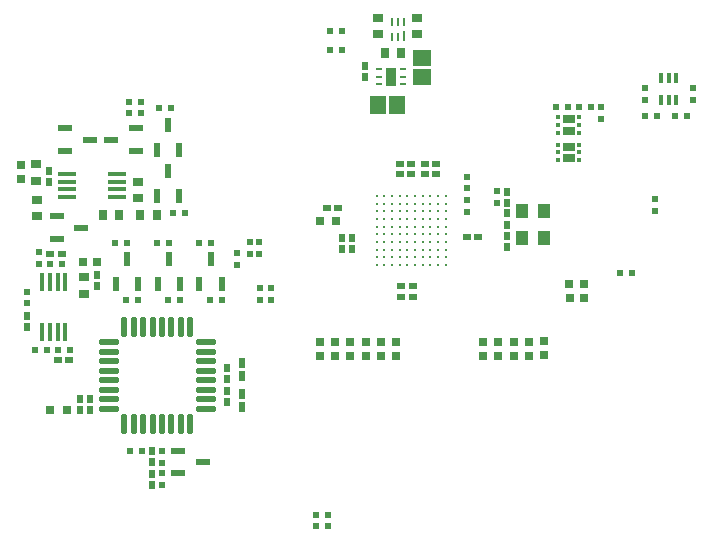
<source format=gbp>
G04 Layer_Color=128*
%FSLAX43Y43*%
%MOMM*%
G71*
G01*
G75*
%ADD16R,0.600X0.550*%
%ADD19R,0.850X0.800*%
%ADD20R,0.500X0.650*%
%ADD21R,0.550X0.600*%
%ADD22R,0.650X0.500*%
%ADD58R,0.650X0.800*%
%ADD60R,1.600X0.450*%
%ADD61R,0.450X1.600*%
%ADD62R,1.300X0.600*%
%ADD63O,0.550X1.750*%
%ADD64O,1.750X0.550*%
%ADD65R,0.800X0.850*%
%ADD66R,0.600X1.300*%
%ADD67R,0.800X0.650*%
%ADD68R,0.700X0.700*%
%ADD69R,0.600X0.900*%
%ADD70R,1.350X1.500*%
%ADD71R,1.500X1.350*%
%ADD72R,0.350X0.850*%
%ADD76R,1.050X0.720*%
%ADD77R,0.300X0.350*%
%ADD78C,0.280*%
%ADD79R,1.050X1.300*%
%ADD145R,0.250X0.800*%
%ADD146R,0.250X0.900*%
%ADD147R,0.550X0.250*%
%ADD148R,0.900X1.500*%
D16*
X-48912Y-9908D02*
D03*
X-47912D02*
D03*
X-6350Y-24400D02*
D03*
X-7350D02*
D03*
X-33100Y-44875D02*
D03*
X-32100D02*
D03*
X-31900Y-5475D02*
D03*
X-30900D02*
D03*
X-31900Y-3879D02*
D03*
X-30900D02*
D03*
X-33100Y-45775D02*
D03*
X-32100D02*
D03*
X-49125Y-21825D02*
D03*
X-50125D02*
D03*
X-45550D02*
D03*
X-46550D02*
D03*
X-42000D02*
D03*
X-43000D02*
D03*
X-42050Y-26675D02*
D03*
X-41050D02*
D03*
X-45600D02*
D03*
X-44600D02*
D03*
X-49175D02*
D03*
X-48175D02*
D03*
X-54600Y-23600D02*
D03*
X-55600D02*
D03*
X-53950Y-30900D02*
D03*
X-54950D02*
D03*
X-44200Y-19300D02*
D03*
X-45200D02*
D03*
X-48850Y-39425D02*
D03*
X-47850D02*
D03*
X-48900Y-10850D02*
D03*
X-47900D02*
D03*
X-46350Y-10375D02*
D03*
X-45350D02*
D03*
X-12781Y-10279D02*
D03*
X-11781D02*
D03*
X-9806D02*
D03*
X-10806D02*
D03*
X-2700Y-11100D02*
D03*
X-1700D02*
D03*
X-5200D02*
D03*
X-4200D02*
D03*
X-56850Y-30900D02*
D03*
X-55850D02*
D03*
D19*
X-56700Y-18175D02*
D03*
Y-19575D02*
D03*
X-48125Y-18025D02*
D03*
Y-16625D02*
D03*
X-56750Y-16575D02*
D03*
Y-15175D02*
D03*
X-52750Y-24725D02*
D03*
Y-26125D02*
D03*
X-27800Y-4150D02*
D03*
Y-2750D02*
D03*
X-24500Y-4150D02*
D03*
Y-2750D02*
D03*
D20*
X-57550Y-28925D02*
D03*
Y-27975D02*
D03*
X-55650Y-15700D02*
D03*
Y-16650D02*
D03*
X-51650Y-25450D02*
D03*
Y-24500D02*
D03*
X-46975Y-39450D02*
D03*
Y-40400D02*
D03*
Y-41350D02*
D03*
Y-42300D02*
D03*
X-53075Y-36000D02*
D03*
Y-35050D02*
D03*
X-52250Y-36000D02*
D03*
Y-35050D02*
D03*
X-40600Y-33350D02*
D03*
Y-32400D02*
D03*
X-28900Y-6825D02*
D03*
Y-7775D02*
D03*
X-16900Y-19325D02*
D03*
Y-20275D02*
D03*
X-30000Y-21425D02*
D03*
Y-22375D02*
D03*
X-30875Y-21425D02*
D03*
Y-22375D02*
D03*
X-40600Y-34350D02*
D03*
Y-35300D02*
D03*
X-16900Y-18425D02*
D03*
Y-17475D02*
D03*
Y-22175D02*
D03*
Y-21225D02*
D03*
D21*
X-4419Y-19125D02*
D03*
Y-18125D02*
D03*
X-39750Y-23675D02*
D03*
Y-22675D02*
D03*
X-56500Y-23575D02*
D03*
Y-22575D02*
D03*
X-46125Y-41325D02*
D03*
Y-42325D02*
D03*
Y-39425D02*
D03*
Y-40425D02*
D03*
X-5200Y-9700D02*
D03*
Y-8700D02*
D03*
X-1200Y-8700D02*
D03*
Y-9700D02*
D03*
X-8925Y-10300D02*
D03*
Y-11300D02*
D03*
X-20300Y-16200D02*
D03*
Y-17200D02*
D03*
Y-19200D02*
D03*
Y-18200D02*
D03*
X-17800Y-18450D02*
D03*
Y-17450D02*
D03*
X-37875Y-21750D02*
D03*
Y-22750D02*
D03*
X-38700Y-22750D02*
D03*
Y-21750D02*
D03*
X-36925Y-26628D02*
D03*
Y-25628D02*
D03*
X-37825Y-26628D02*
D03*
Y-25628D02*
D03*
X-57550Y-25950D02*
D03*
Y-26950D02*
D03*
D22*
X-55575Y-22775D02*
D03*
X-54625D02*
D03*
X-54925Y-31725D02*
D03*
X-53975D02*
D03*
X-31200Y-18900D02*
D03*
X-32150D02*
D03*
X-25025Y-15100D02*
D03*
X-25975D02*
D03*
X-25025Y-16000D02*
D03*
X-25975D02*
D03*
X-23875Y-15100D02*
D03*
X-22925D02*
D03*
X-23875Y-16000D02*
D03*
X-22925D02*
D03*
X-20275Y-21300D02*
D03*
X-19325D02*
D03*
X-25850Y-25500D02*
D03*
X-24900D02*
D03*
X-25850Y-26400D02*
D03*
X-24900D02*
D03*
D58*
X-13750Y-30150D02*
D03*
Y-31350D02*
D03*
X-27580Y-31375D02*
D03*
Y-30175D02*
D03*
X-15050Y-31375D02*
D03*
Y-30175D02*
D03*
X-16350Y-31375D02*
D03*
Y-30175D02*
D03*
X-32780Y-30175D02*
D03*
Y-31375D02*
D03*
X-31480Y-30175D02*
D03*
Y-31375D02*
D03*
X-28880Y-30175D02*
D03*
Y-31375D02*
D03*
X-58075Y-15250D02*
D03*
Y-16450D02*
D03*
X-26280Y-30175D02*
D03*
Y-31375D02*
D03*
X-18950Y-30175D02*
D03*
Y-31375D02*
D03*
X-17650Y-30175D02*
D03*
Y-31375D02*
D03*
X-30180Y-31375D02*
D03*
Y-30175D02*
D03*
D60*
X-54150Y-17925D02*
D03*
Y-17275D02*
D03*
Y-16625D02*
D03*
Y-15975D02*
D03*
X-49900Y-17925D02*
D03*
Y-17275D02*
D03*
Y-16625D02*
D03*
Y-15975D02*
D03*
D61*
X-56250Y-25125D02*
D03*
X-55600D02*
D03*
X-54950D02*
D03*
X-54300D02*
D03*
X-56250Y-29375D02*
D03*
X-55600D02*
D03*
X-54950D02*
D03*
X-54300D02*
D03*
D62*
X-42635Y-40375D02*
D03*
X-44735Y-39425D02*
D03*
Y-41325D02*
D03*
X-52950Y-20525D02*
D03*
X-55050Y-19575D02*
D03*
Y-21475D02*
D03*
X-50400Y-13075D02*
D03*
X-48300Y-14025D02*
D03*
Y-12125D02*
D03*
X-52200Y-13075D02*
D03*
X-54300Y-12125D02*
D03*
Y-14025D02*
D03*
D63*
X-43724Y-37176D02*
D03*
X-44524D02*
D03*
X-45324D02*
D03*
X-46124D02*
D03*
X-46924D02*
D03*
X-47724D02*
D03*
X-48524D02*
D03*
X-49324D02*
D03*
Y-28926D02*
D03*
X-48524D02*
D03*
X-47724D02*
D03*
X-46924D02*
D03*
X-46124D02*
D03*
X-45324D02*
D03*
X-44524D02*
D03*
X-43724D02*
D03*
D64*
X-50649Y-35851D02*
D03*
Y-35051D02*
D03*
Y-34251D02*
D03*
Y-33451D02*
D03*
Y-32651D02*
D03*
Y-31851D02*
D03*
Y-31051D02*
D03*
Y-30251D02*
D03*
X-42399D02*
D03*
Y-31051D02*
D03*
Y-31851D02*
D03*
Y-32651D02*
D03*
Y-33451D02*
D03*
Y-34251D02*
D03*
Y-35051D02*
D03*
Y-35851D02*
D03*
D65*
X-51150Y-19475D02*
D03*
X-49750D02*
D03*
X-47950D02*
D03*
X-46550D02*
D03*
X-25875Y-5700D02*
D03*
X-27275D02*
D03*
D66*
X-49100Y-23200D02*
D03*
X-50050Y-25300D02*
D03*
X-48150D02*
D03*
X-45550Y-23200D02*
D03*
X-46500Y-25300D02*
D03*
X-44600D02*
D03*
X-42000Y-23200D02*
D03*
X-42950Y-25300D02*
D03*
X-41050D02*
D03*
X-45625Y-15750D02*
D03*
X-46575Y-17850D02*
D03*
X-44675D02*
D03*
X-45625Y-11850D02*
D03*
X-46575Y-13950D02*
D03*
X-44675D02*
D03*
D67*
X-51625Y-23425D02*
D03*
X-52825D02*
D03*
X-10400Y-26500D02*
D03*
X-11600D02*
D03*
X-10425Y-25325D02*
D03*
X-11625D02*
D03*
D68*
X-54200Y-36000D02*
D03*
X-55600D02*
D03*
X-32775Y-20000D02*
D03*
X-31375D02*
D03*
D69*
X-39325Y-31950D02*
D03*
Y-33050D02*
D03*
Y-35750D02*
D03*
Y-34650D02*
D03*
D70*
X-26200Y-10175D02*
D03*
X-27850D02*
D03*
D71*
X-24075Y-7800D02*
D03*
Y-6150D02*
D03*
D72*
X-3875Y-9725D02*
D03*
X-3225D02*
D03*
X-2575D02*
D03*
Y-7875D02*
D03*
X-3225D02*
D03*
X-3875D02*
D03*
D76*
X-11681Y-14644D02*
D03*
X-11681Y-13664D02*
D03*
X-11681Y-12319D02*
D03*
X-11681Y-11339D02*
D03*
D77*
X-12556Y-13504D02*
D03*
Y-14154D02*
D03*
Y-14804D02*
D03*
X-10806D02*
D03*
Y-14154D02*
D03*
Y-13504D02*
D03*
X-12556Y-11179D02*
D03*
Y-11829D02*
D03*
Y-12479D02*
D03*
X-10806D02*
D03*
Y-11829D02*
D03*
Y-11179D02*
D03*
D78*
X-22100Y-23700D02*
D03*
Y-23050D02*
D03*
Y-22400D02*
D03*
Y-21750D02*
D03*
Y-20450D02*
D03*
Y-19800D02*
D03*
Y-19150D02*
D03*
Y-21100D02*
D03*
X-22750D02*
D03*
X-23400D02*
D03*
X-24050D02*
D03*
X-24700D02*
D03*
X-25350D02*
D03*
X-26000D02*
D03*
X-26650D02*
D03*
X-27300D02*
D03*
X-27950D02*
D03*
X-22750Y-23700D02*
D03*
X-23400D02*
D03*
X-24050D02*
D03*
X-24700D02*
D03*
X-25350D02*
D03*
X-26000D02*
D03*
X-26650D02*
D03*
X-27300D02*
D03*
X-27950D02*
D03*
X-22750Y-23050D02*
D03*
X-23400D02*
D03*
X-24050D02*
D03*
X-24700D02*
D03*
X-25350D02*
D03*
X-26000D02*
D03*
X-26650D02*
D03*
X-27300D02*
D03*
X-27950D02*
D03*
X-22750Y-22400D02*
D03*
X-23400D02*
D03*
X-24050D02*
D03*
X-24700D02*
D03*
X-25350D02*
D03*
X-26000D02*
D03*
X-26650D02*
D03*
X-27300D02*
D03*
X-27950D02*
D03*
X-22750Y-21750D02*
D03*
X-23400D02*
D03*
X-24050D02*
D03*
X-24700D02*
D03*
X-25350D02*
D03*
X-26000D02*
D03*
X-26650D02*
D03*
X-27300D02*
D03*
X-27950D02*
D03*
X-22750Y-20450D02*
D03*
X-23400D02*
D03*
X-24050D02*
D03*
X-24700D02*
D03*
X-25350D02*
D03*
X-26000D02*
D03*
X-26650D02*
D03*
X-27300D02*
D03*
X-27950D02*
D03*
X-22750Y-19800D02*
D03*
X-23400D02*
D03*
X-24050D02*
D03*
X-24700D02*
D03*
X-25350D02*
D03*
X-26000D02*
D03*
X-26650D02*
D03*
X-27300D02*
D03*
X-27950D02*
D03*
X-22750Y-19150D02*
D03*
X-23400D02*
D03*
X-24050D02*
D03*
X-24700D02*
D03*
X-25350D02*
D03*
X-26000D02*
D03*
X-26650D02*
D03*
X-27300D02*
D03*
X-27950D02*
D03*
X-22100Y-18500D02*
D03*
X-22750D02*
D03*
X-23400D02*
D03*
X-24050D02*
D03*
X-24700D02*
D03*
X-25350D02*
D03*
X-26000D02*
D03*
X-26650D02*
D03*
X-27300D02*
D03*
X-27950D02*
D03*
X-22100Y-17850D02*
D03*
X-22750D02*
D03*
X-23400D02*
D03*
X-24050D02*
D03*
X-24700D02*
D03*
X-25350D02*
D03*
X-26000D02*
D03*
X-26650D02*
D03*
X-27300D02*
D03*
X-27950D02*
D03*
D79*
X-13775Y-19100D02*
D03*
X-15625Y-21400D02*
D03*
Y-19100D02*
D03*
X-13775Y-21400D02*
D03*
D145*
X-26650Y-4350D02*
D03*
Y-3100D02*
D03*
X-25650D02*
D03*
X-26150Y-4350D02*
D03*
Y-3100D02*
D03*
D146*
X-25650Y-4300D02*
D03*
D147*
X-27775Y-8400D02*
D03*
Y-7750D02*
D03*
Y-7100D02*
D03*
X-25675D02*
D03*
Y-7750D02*
D03*
Y-8400D02*
D03*
D148*
X-26725Y-7750D02*
D03*
M02*

</source>
